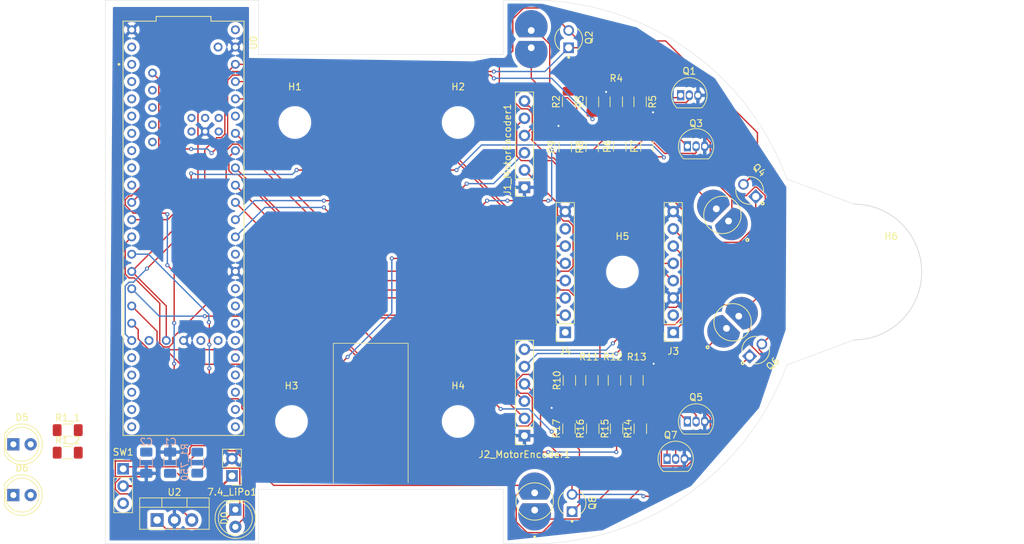
<source format=kicad_pcb>
(kicad_pcb (version 20241229) (generator "pcbnew") (generator_version "9.0")
  (layers (0 "F.Cu" signal) (2 "B.Cu" signal) (13 "F.Paste" user) (15 "B.Paste" user) (5 "F.SilkS" user "F.Silkscreen") (7 "B.SilkS" user "B.Silkscreen") (1 "F.Mask" user) (3 "B.Mask" user) (25 "Edge.Cuts" user))
  (net 0 "")
  (net 1 "GND")
  (net 2 "5V")
  (net 3 "Net-(D0-A)")
  (net 4 "Net-(D1-PadC)")
  (net 5 "Net-(D2-PadC)")
  (net 6 "Net-(D3-PadC)")
  (net 7 "Net-(D4-PadC)")
  (net 8 "Signal M1_B")
  (net 9 "M1_B")
  (net 10 "3.3V")
  (net 11 "M1_A")
  (net 12 "Signal M1_A")
  (net 13 "M2_A")
  (net 14 "Signal M2_A")
  (net 15 "M2_B")
  (net 16 "Signal M2_B")
  (net 18 "PWM M1_A")
  (net 20 "PWM M2_A")
  (net 22 "STBY")
  (net 23 "PWM M1_B")
  (net 24 "PWM M2_B")
  (net 25 "Net-(Q1-G)")
  (net 26 "Net-(Q1-D)")
  (net 27 "Receiver 1")
  (net 28 "Net-(Q3-D)")
  (net 29 "Net-(Q3-G)")
  (net 30 "Receiver 2")
  (net 31 "Net-(Q5-G)")
  (net 32 "Net-(Q5-D)")
  (net 33 "Receiver 3")
  (net 34 "Net-(Q7-G)")
  (net 35 "Net-(Q7-D)")
  (net 36 "Receiver 4")
  (net 37 "Net-(SW1-A)")
  (net 38 "Emitter 1")
  (net 39 "Emitter 2")
  (net 40 "Emitter 3")
  (net 41 "Emitter 4")
  (net 82 "Net-(7.4_LiPo1-+)")
  (net 83 "7.4V")
  (net 84 "Net-(D5-K)")
  (net 85 "Net-(D6-A)")
  (footprint "MountingHole:MountingHole_4.3mm_M4" (layer "F.Cu") (at 130.5 55)
    (property "Reference" "H6")
    (property "Value" "MountingHole")
  )
  (footprint "Resistor_SMD:R_1206_3216Metric_Pad1.30x1.75mm_HandSolder" (layer "F.Cu") (at 82.6 36.6 90)
    (property "Reference" "R9")
    (property "Value" "R_US")
  )
  (footprint "Connector_PinSocket_2.54mm:PinSocket_1x06_P2.54mm_Vertical" (layer "F.Cu") (at 76.6 79.08 180)
    (property "Reference" "J2_MotorEncoder1")
    (property "Value" "Conn_01x06")
  )
  (footprint "MountingHole:MountingHole_4.3mm_M4" (layer "F.Cu") (at 66.85 77)
    (property "Reference" "H4")
    (property "Value" "MountingHole")
  )
  (footprint "SFH_4545:DIO_SFH_4545" (layer "F.Cu") (at 77.6 20.73 90)
    (property "Reference" "D1" (hide yes))
    (property "Value" "SFH_4545")
  )
  (footprint "SFH_4545:DIO_SFH_4545" (layer "F.Cu") (at 105.701974 46.601974 135)
    (property "Reference" "D2" (hide yes))
    (property "Value" "SFH_4545")
  )
  (footprint "LED_THT:LED_D5.0mm" (layer "F.Cu") (at 1.46 87.825)
    (property "Reference" "D6")
    (property "Value" "LED")
  )
  (footprint "MountingHole:MountingHole_4.3mm_M4" (layer "F.Cu") (at 42.85 33)
    (property "Reference" "H1")
    (property "Value" "MountingHole")
  )
  (footprint "Resistor_SMD:R_1206_3216Metric_Pad1.30x1.75mm_HandSolder" (layer "F.Cu") (at 86.55 36.6 90)
    (property "Reference" "R8")
    (property "Value" "R_US")
  )
  (footprint "SFH_4545:DIO_SFH_4545" (layer "F.Cu") (at 78.1 88.77 90)
    (property "Reference" "D4" (hide yes))
    (property "Value" "SFH_4545")
  )
  (footprint "Resistor_SMD:R_1206_3216Metric_Pad1.30x1.75mm_HandSolder" (layer "F.Cu") (at 90.1 29.95 90)
    (property "Reference" "R4")
    (property "Value" "R_US")
  )
  (footprint "Package_TO_SOT_THT:TO-92_Inline" (layer "F.Cu") (at 100.56 36.5)
    (property "Reference" "Q3")
    (property "Value" "BS170")
  )
  (footprint "Connector_PinSocket_2.54mm:PinSocket_1x08_P2.54mm_Vertical" (layer "F.Cu") (at 98.475 63.89 180)
    (property "Reference" "J3")
    (property "Value" "Conn_01x08")
  )
  (footprint "Resistor_SMD:R_1206_3216Metric_Pad1.30x1.75mm_HandSolder" (layer "F.Cu") (at 90.6 36.5 90)
    (property "Reference" "R6")
    (property "Value" "R_US")
  )
  (footprint "Package_TO_SOT_THT:TO-92_Inline" (layer "F.Cu") (at 97.56 82.5)
    (property "Reference" "Q7")
    (property "Value" "BS170")
  )
  (footprint "Resistor_SMD:R_1206_3216Metric_Pad1.30x1.75mm_HandSolder" (layer "F.Cu") (at 86.64 78.05 90)
    (property "Reference" "R16")
    (property "Value" "R_US")
  )
  (footprint "Package_TO_SOT_THT:TO-92_Inline" (layer "F.Cu") (at 100.56 77)
    (property "Reference" "Q5")
    (property "Value" "BS170")
  )
  (footprint "Resistor_SMD:R_1206_3216Metric_Pad1.30x1.75mm_HandSolder" (layer "F.Cu") (at 90.14 78.05 90)
    (property "Reference" "R15")
    (property "Value" "R_US")
  )
  (footprint "TEFT4300:XDCR_TEFT4300" (layer "F.Cu") (at 83.6 89 90)
    (property "Reference" "Q8")
    (property "Value" "TEFT4300")
  )
  (footprint "Package_TO_SOT_THT:TO-220-3_Vertical" (layer "F.Cu") (at 22.6 91.5)
    (property "Reference" "U2")
    (property "Value" "L7805")
  )
  (footprint "Resistor_SMD:R_1206_3216Metric_Pad1.30x1.75mm_HandSolder" (layer "F.Cu") (at 93.6 29.95 -90)
    (property "Reference" "R5")
    (property "Value" "R_US")
  )
  (footprint "Connector_PinSocket_2.54mm:PinSocket_1x06_P2.54mm_Vertical" (layer "F.Cu") (at 76.6 42.54 180)
    (property "Reference" "J1_MotorEncoder1")
    (property "Value" "Conn_01x06")
  )
  (footprint "MountingHole:MountingHole_4.3mm_M4" (layer "F.Cu") (at 42.35 77)
    (property "Reference" "H3")
    (property "Value" "MountingHole")
  )
  (footprint "Resistor_SMD:R_1206_3216Metric_Pad1.30x1.75mm_HandSolder" (layer "F.Cu") (at 89.83 70.95 90)
    (property "Reference" "R12")
    (property "Value" "R_US")
  )
  (footprint "LED_THT:LED_D5.0mm" (layer "F.Cu") (at 1.46 80.355)
    (property "Reference" "D5")
    (property "Value" "LED")
  )
  (footprint "Resistor_SMD:R_1206_3216Metric_Pad1.30x1.75mm_HandSolder" (layer "F.Cu") (at 93.64 78.05 90)
    (property "Reference" "R14")
    (property "Value" "R_US")
  )
  (footprint "MountingHole:MountingHole_4.3mm_M4" (layer "F.Cu") (at 91 55)
    (property "Reference" "H5")
    (property "Value" "MountingHole")
  )
  (footprint "Resistor_SMD:R_1206_3216Metric_Pad1.30x1.75mm_HandSolder" (layer "F.Cu") (at 9.45 78.275)
    (property "Reference" "R1_1")
    (property "Value" "R_US")
  )
  (footprint "LED_THT:LED_D5.0mm" (layer "F.Cu") (at 34.1 89.96 -90)
    (property "Reference" "D0")
    (property "Value" "LED")
  )
  (footprint "SFH_4545:DIO_SFH_4545" (layer "F.Cu") (at 107.201974 62.398026 45)
    (property "Reference" "D3" (hide yes))
    (property "Value" "SFH_4545")
  )
  (footprint "Package_TO_SOT_THT:TO-92_Inline" (layer "F.Cu") (at 99.56 29)
    (property "Reference" "Q1")
    (property "Value" "BS170")
  )
  (footprint "Resistor_SMD:R_1206_3216Metric_Pad1.30x1.75mm_HandSolder" (layer "F.Cu") (at 83.21 70.95 90)
    (property "Reference" "R10")
    (property "Value" "R_US")
  )
  (footprint "Resistor_SMD:R_1206_3216Metric_Pad1.30x1.75mm_HandSolder" (layer "F.Cu") (at 93.14 70.95 90)
    (property "Reference" "R13")
    (property "Value" "R_US")
  )
  (footprint "Connector_PinHeader_2.54mm:PinHeader_1x03_P2.54mm_Vertical" (layer "F.Cu") (at 17.6 83.96)
    (property "Reference" "SW1")
    (property "Value" "SW_SPDT")
  )
  (footprint "Connector_PinHeader_2.54mm:PinHeader_1x02_P2.54mm_Vertical" (layer "F.Cu") (at 33.6 85 180)
    (property "Reference" "7.4_LiPo1")
    (property "Value" "Battery")
  )
  (footprint "MountingHole:MountingHole_4.3mm_M4" (layer "F.Cu") (at 66.85 33)
    (property "Reference" "H2")
    (property "Value" "MountingHole")
  )
  (footprint "Resistor_SMD:R_1206_3216Metric_Pad1.30x1.75mm_HandSolder" (layer "F.Cu") (at 86.6 29.95 90)
    (property "Reference" "R3")
    (property "Value" "R_US")
  )
  (footprint "TEFT4300:XDCR_TEFT4300" (layer "F.Cu") (at 109.701974 43 135)
    (property "Reference" "Q4")
    (property "Value" "TEFT4300")
  )
  (footprint "DEV-16771:MODULE_DEV-16771" (layer "F.Cu") (at 26.48 48.57 -90)
    (property "Reference" "U0")
    (property "Value" "Teensy 4.1")
  )
  (footprint "TEFT4300:XDCR_TEFT4300" (layer "F.Cu") (at 83.1 20.73 90)
    (property "Reference" "Q2")
    (property "Value" "TEFT4300")
  )
  (footprint "Resistor_SMD:R_1206_3216Metric_Pad1.30x1.75mm_HandSolder" (layer "F.Cu") (at 94.6 36.5 90)
    (property "Reference" "R7")
    (property "Value" "R_US")
  )
  (footprint "Connector_PinSocket_2.54mm:PinSocket_1x08_P2.54mm_Vertical" (layer "F.Cu") (at 82.6 63.89 180)
    (property "Reference" "J4")
    (property "Value" "Conn_01x08")
  )
  (footprint "Resistor_SMD:R_1206_3216Metric_Pad1.30x1.75mm_HandSolder" (layer "F.Cu") (at 83.1 29.95 90)
    (property "Reference" "R2")
    (property "Value" "R_US")
  )
  (footprint "Resistor_SMD:R_1206_3216Metric_Pad1.30x1.75mm_HandSolder" (layer "F.Cu") (at 9.45 81.585)
    (property "Reference" "R1_2")
    (property "Value" "R_US")
  )
  (footprint "Resistor_SMD:R_1206_3216Metric_Pad1.30x1.75mm_HandSolder" (layer "F.Cu") (at 86.52 70.95 90)
    (property "Reference" "R11")
    (property "Value" "R_US")
  )
  (footprint "TEFT4300:XDCR_TEFT4300" (layer "F.Cu") (at 110.6 66.5 45)
    (property "Reference" "Q6")
    (property "Value" "TEFT4300")
  )
  (footprint "Resistor_SMD:R_1206_3216Metric_Pad1.30x1.75mm_HandSolder" (layer "F.Cu") (at 83.14 78.05 90)
    (property "Reference" "R17")
    (property "Value" "R_US")
  )
  (footprint "Capacitor_SMD:C_1206_3216Metric_Pad1.33x1.80mm_HandSolder" (layer "B.Cu") (at 24.5 83.0625 90)
    (property "Reference" "C1")
    (property "Value" "C 0.22uF")
  )
  (footprint "Resistor_SMD:R_1206_3216Metric_Pad1.30x1.75mm_HandSolder" (layer "B.Cu") (at 28.5 83.05 -90)
    (property "Reference" "R1_750")
    (property "Value" "R_US")
  )
  (footprint "Capacitor_SMD:C_1206_3216Metric_Pad1.33x1.80mm_HandSolder" (layer "B.Cu") (at 21 83.0625 -90)
    (property "Reference" "C2")
    (property "Value" "C 0.1uF")
  )
  (gr_line (start 48.5 86) (end 48.5 65.5) (stroke (width 0.1)) (layer "F.SilkS"))
  (gr_line (start 48.5 65.5) (end 59.5 65.5) (stroke (width 0.1)) (layer "F.SilkS"))
  (gr_line (start 59.5 65.5) (end 59.5 86) (stroke (width 0.1)) (layer "F.SilkS"))
  (gr_line (start 115.187705 41.319194) (end 125 45) (stroke (width 0.05)) (layer "Edge.Cuts"))
  (gr_line (start 37.5 95) (end 37.5 87) (stroke (width 0.05)) (layer "Edge.Cuts"))
  (gr_arc (start 125 45) (mid 135 55) (end 125 65) (stroke (width 0.1)) (layer "Edge.Cuts"))
  (gr_line (start 73.5 15) (end 77.6 15) (stroke (width 0.05)) (layer "Edge.Cuts"))
  (gr_line (start 37.5 23) (end 73.5 23) (stroke (width 0.05)) (layer "Edge.Cuts"))
  (gr_line (start 15 15) (end 15 95) (stroke (width 0.05)) (layer "Edge.Cuts"))
  (gr_line (start 115.187705 68.680805) (end 125 65) (stroke (width 0.05)) (layer "Edge.Cuts"))
  (gr_arc (start 115.187705 68.680806) (mid 100.543057 87.766082) (end 77.6 95) (stroke (width 0.05)) (layer "Edge.Cuts"))
  (gr_line (start 73.5 95) (end 77.6 95) (stroke (width 0.05)) (layer "Edge.Cuts"))
  (gr_line (start 73.5 87) (end 73.5 95) (stroke (width 0.05)) (layer "Edge.Cuts"))
  (gr_line (start 15 15) (end 37.5 15) (stroke (width 0.05)) (layer "Edge.Cuts"))
  (gr_line (start 15 95) (end 37.5 95) (stroke (width 0.05)) (layer "Edge.Cuts"))
  (gr_line (start 37.5 15) (end 37.5 23) (stroke (width 0.05)) (layer "Edge.Cuts"))
  (gr_line (start 37.5 87) (end 73.5 87) (stroke (width 0.05)) (layer "Edge.Cuts"))
  (gr_line (start 73.5 23) (end 73.5 15) (stroke (width 0.05)) (layer "Edge.Cuts"))
  (gr_arc (start 77.6 15) (mid 100.543057 22.233918) (end 115.187705 41.319194) (stroke (width 0.05)) (layer "Edge.Cuts"))
  (segment (start 86.64 76.5) (end 83.14 76.5) (width 0.2) (layer "F.Cu") (net 1))
  (segment (start 82.6 34.5) (end 81.6 33.5) (width 0.2) (layer "F.Cu") (net 1))
  (segment (start 86.55 35.05) (end 82.6 35.05) (width 0.2) (layer "F.Cu") (net 1))
  (segment (start 93.14 69.4) (end 94.7 69.4) (width 0.2) (layer "F.Cu") (net 1))
  (segment (start 93.6 31.5) (end 95.499 31.5) (width 0.2) (layer "F.Cu") (net 1))
  (segment (start 88.7 28.4) (end 88.6 28.5) (width 0.2) (layer "F.Cu") (net 1))
  (segment (start 83.14 76.5) (end 82.1 76.5) (width 0.2) (layer "F.Cu") (net 1))
  (segment (start 82.1 76.5) (end 80.6 75) (width 0.2) (layer "F.Cu") (net 1))
  (segment (start 82.6 35.05) (end 82.6 34.5) (width 0.2) (layer "F.Cu") (net 1))
  (segment (start 90.1 28.4) (end 88.7 28.4) (width 0.2) (layer "F.Cu") (net 1))
  (segment (start 102.1 29.12314) (end 102.1 29) (width 0.2) (layer "F.Cu") (net 1))
  (segment (start 89.83 69.4) (end 93.14 69.4) (width 0.2) (layer "F.Cu") (net 1))
  (segment (start 94.7 69.4) (end 95.6 68.5) (width 0.2) (layer "F.Cu") (net 1))
  (via (at 95.6 68.5) (size 0.6) (drill 0.3) (layers "F.Cu" "B.Cu") (net 1))
  (via (at 80.6 75) (size 0.6) (drill 0.3) (layers "F.Cu" "B.Cu") (net 1))
  (via (at 81.6 33.5) (size 0.6) (drill 0.3) (layers "F.Cu" "B.Cu") (net 1))
  (via (at 88.6 28.5) (size 0.6) (drill 0.3) (layers "F.Cu" "B.Cu") (net 1))
  (via (at 95.499 31.5) (size 0.6) (drill 0.3) (layers "F.Cu" "B.Cu") (net 1))
  (segment (start 23.831 87.651) (end 27.68 91.5) (width 0.2) (layer "F.Cu") (net 2))
  (segment (start 27.424 81.676) (end 26.291 82.809) (width 0.2) (layer "F.Cu") (net 2))
  (segment (start 85.374 38.78516) (end 86.58884 40) (width 0.2) (layer "F.Cu") (net 2))
  (segment (start 75.76103 87.5) (end 75.3885 87.87253) (width 0.2) (layer "F.Cu") (net 2))
  (segment (start 24.1 54) (end 25.1 55) (width 0.2) (layer "F.Cu") (net 2))
  (segment (start 21.614 85.111) (end 22.1 84.625) (width 0.2) (layer "F.Cu") (net 2))
  (segment (start 39.73386 86.399) (end 33.88386 80.549) (width 0.2) (layer "F.Cu") (net 2))
  (segment (start 76.999 86.399) (end 39.73386 86.399) (width 0.2) (layer "F.Cu") (net 2))
  (segment (start 107.692104 61.5) (end 107.896052 61.703948) (width 0.2) (layer "F.Cu") (net 2))
  (segment (start 21.91 25.71) (end 22.84 26.64) (width 0.2) (layer "F.Cu") (net 2))
  (segment (start 96.5679 83.952) (end 100.60824 83.952) (width 0.2) (layer "F.Cu") (net 2))
  (segment (start 110.724679 42.493939) (end 110.475321 42.493939) (width 0.2) (layer "F.Cu") (net 2))
  (segment (start 85.73884 33.598) (end 84.276 32.13516) (width 0.2) (layer "F.Cu") (net 2))
  (segment (start 27.424 80.86484) (end 27.424 81.676) (width 0.2) (layer "F.Cu") (net 2))
  (segment (start 25.1 55) (end 25.1 62.5) (width 0.2) (layer "F.Cu") (net 2))
  (segment (start 79.21803 93.351498) (end 80.8115 91.758028) (width 0.2) (layer "F.Cu") (net 2))
  (segment (start 99.1 40) (end 104.803948 45.703948) (width 0.2) (layer "F.Cu") (net 2))
  (segment (start 111.58012 67.48012) (end 109.6 69.46024) (width 0.2) (layer "F.Cu") (net 2))
  (segment (start 25.1 68.5) (end 25.1 78) (width 0.2) (layer "F.Cu") (net 2))
  (segment (start 25.1 78) (end 27.69442 80.59442) (width 0.2) (layer "F.Cu") (net 2))
  (segment (start 104.327 80.23324) (end 104.327 78.273) (width 0.2) (layer "F.Cu") (net 2))
  (segment (start 103.926 35.93286) (end 101.59114 33.598) (width 0.2) (layer "F.Cu") (net 2))
  (segment (start 33.88386 80.549) (end 27.73984 80.549) (width 0.2) (layer "F.Cu") (net 2))
  (segment (start 109.6 69.46024) (end 109.6 73) (width 0.2) (layer "F.Cu") (net 2))
  (segment (start 107.896052 61.703948) (end 112.004087 57.595913) (width 0.2) (layer "F.Cu") (net 2))
  (segment (start 88.761872 91.758028) (end 96.5679 83.952) (width 0.2) (layer "F.Cu") (net 2))
  (segment (start 24.1 46.5) (end 23.945 46.345) (width 0.2) (layer "F.Cu") (net 2))
  (segment (start 106.446098 59.846098) (end 108.1 61.5) (width 0.2) (layer "F.Cu") (net 2))
  (segment (start 85.68984 37.199) (end 85.374 37.51484) (width 0.2) (layer "F.Cu") (net 2))
  (segment (start 16.449 86.97676) (end 17.12324 87.651) (width 0.2) (layer "F.Cu") (net 2))
  (segment (start 103.926 40.076) (end 103.926 35.93286) (width 0.2) (layer "F.Cu") (net 2))
  (segment (start 86.53984 37.199) (end 85.68984 37.199) (width 0.2) (layer "F.Cu") (net 2))
  (segment (start 112.004087 57.595913) (end 112.004087 43.773347) (width 0.2) (layer "F.Cu") (net 2))
  (segment (start 108.1 61.5) (end 109.753902 63.153902) (width 0.2) (layer "F.Cu") (net 2))
  (segment (start 78.1 87.5) (end 76.999 86.399) (width 0.2) (layer "F.Cu") (net 2))
  (segment (start 16.449 82.809) (end 16.449 85.111) (width 0.2) (layer "F.Cu") (net 2))
  (segment (start 112.004087 43.773347) (end 110.724679 42.493939) (width 0.2) (layer "F.Cu") (net 2))
  (segment (start 18.464426 43.805) (end 17.905 44.364426) (width 0.2) (layer "F.Cu") (net 2))
  (segment (start 17.12324 87.651) (end 23.831 87.651) (width 0.2) (layer "F.Cu") (net 2))
  (segment (start 104.327 78.273) (end 109.6 73) (width 0.2) (layer "F.Cu") (net 2))
  (segment (start 78.290526 19.46) (end 77.6 19.46) (width 0.2) (layer "F.Cu") (net 2))
  (segment (start 84.276 32.13516) (end 84.276 30.676) (width 0.2) (layer "F.Cu") (net 2))
  (segment (start 17.36124 85.111) (end 16.449 86.02324) (width 0.2) (layer "F.Cu") (net 2))
  (segment (start 17.905 44.364426) (end 17.905 45.155574) (width 0.2) (layer "F.Cu") (net 2))
  (segment (start 85.374 37.51484) (end 85.374 38.78516) (width 0.2) (layer "F.Cu") (net 2))
  (segment (start 27.73984 80.549) (end 27.69442 80.59442) (width 0.2) (layer "F.Cu") (net 2))
  (segment (start 80.8115 91.758028) (end 88.761872 91.758028) (width 0.2) (layer "F.Cu") (net 2))
  (segment (start 16.449 85.111) (end 21.614 85.111) (width 0.2) (layer "F.Cu") (net 2))
  (segment (start 110.475321 42.493939) (end 109.195913 43.773347) (width 0.2) (layer "F.Cu") (net 2))
  (segment (start 22.84 26.64) (end 22.84 39.76) (width 0.2) (layer "F.Cu") (net 2))
  (segment (start 84.276 30.676) (end 82.951 29.351) (width 0.2) (layer "F.Cu") (net 2))
  (segment (start 75.3885 91.758028) (end 76.98197 93.351498) (width 0.2) (layer "F.Cu") (net 2))
  (segment (start 76.98197 93.351498) (end 79.21803 93.351498) (width 0.2) (layer "F.Cu") (net 2))
  (segment (start 75.3885 87.87253) (end 75.3885 91.758028) (width 0.2) (layer "F.Cu") (net 2))
  (segment (start 107.623347 43.773347) (end 103.926 40.076) (width 0.2) (layer "F.Cu") (net 2))
  (segment (start 21.614 85.111) (end 17.36124 85.111) (width 0.2) (layer "F.Cu") (net 2))
  (segment (start 102.518902 59.846098) (end 106.446098 59.846098) (width 0.2) (layer "F.Cu") (net 2))
  (segment (start 82.951 29.351) (end 82.23984 29.351) (width 0.2) (layer "F.Cu") (net 2))
  (segment (start 90.14084 33.598) (end 85.73884 33.598) (width 0.2) (layer "F.Cu") (net 2))
  (segment (start 101.59114 33.598) (end 90.14084 33.598) (width 0.2) (layer "F.Cu") (net 2))
  (segment (start 109.195913 43.773347) (end 107.623347 43.773347) (width 0.2) (layer "F.Cu") (net 2))
  (segment (start 16.449 86.02324) (end 16.449 86.97676) (width 0.2) (layer "F.Cu") (net 2))
  (segment (start 78.1 87.5) (end 75.76103 87.5) (width 0.2) (layer "F.Cu") (net 2))
  (segment (start 22.84 39.76) (end 18.795 43.805) (width 0.2) (layer "F.Cu") (net 2))
  (segment (start 86.58884 40) (end 99.1 40) (width 0.2) (layer "F.Cu") (net 2))
  (segment (start 82.23984 29.351) (end 80.3115 27.42266) (width 0.2) (layer "F.Cu") (net 2))
  (segment (start 80.3115 27.42266) (end 80.3115 21.480974) (width 0.2) (layer "F.Cu") (net 2))
  (segment (start 27.69442 80.59442) (end 27.424 80.86484) (width 0.2) (layer "F.Cu") (net 2))
  (segment (start 98.475 63.89) (end 102.518902 59.846098) (width 0.2) (layer "F.Cu") (net 2))
  (segment (start 17.905 45.155574) (end 19.094426 46.345) (width 0.2) (layer "F.Cu") (net 2))
  (segment (start 108.22747 59.7885) (end 108.6 60.16103) (width 0.2) (layer "F.Cu") (net 2))
  (segment (start 18.795 43.805) (end 18.464426 43.805) (width 0.2) (layer "F.Cu") (net 2))
  (segment (start 19.094426 46.345) (end 23.945 46.345) (width 0.2) (layer "F.Cu") (net 2))
  (segment (start 80.3115 21.480974) (end 78.290526 19.46) (width 0.2) (layer "F.Cu") (net 2))
  (segment (start 90.14084 33.598) (end 86.53984 37.199) (width 0.2) (layer "F.Cu") (net 2))
  (segment (start 109.753902 65.653902) (end 111.58012 67.48012) (width 0.2) (layer "F.Cu") (net 2))
  (segment (start 100.60824 83.952) (end 104.327 80.23324) (width 0.2) (layer "F.Cu") (net 2))
  (segment (start 109.753902 63.153902) (end 109.753902 65.653902) (width 0.2) (layer "F.Cu") (net 2))
  (segment (start 26.291 82.809) (end 16.449 82.809) (width 0.2) (layer "F.Cu") (net 2))
  (via (at 24.1 46.5) (size 0.6) (drill 0.3) (layers "F.Cu" "B.Cu") (net 2))
  (via (at 25.1 62.5) (size 0.6) (drill 0.3) (layers "F.Cu" "B.Cu") (net 2))
  (via (at 25.1 68.5) (size 0.6) (drill 0.3) (layers "F.Cu" "B.Cu") (net 2))
  (via (at 24.1 54) (size 0.6) (drill 0.3) (layers "F.Cu" "B.Cu") (net 2))
  (segment (start 24.1 46.5) (end 24.1 54) (width 0.2) (layer "B.Cu") (net 2))
  (segment (start 76.999 86.399) (end 78.1 87.5) (width 0.2) (layer "B.Cu") (net 2))
  (segment (start 25.1 62.5) (end 25.1 68.5) (width 0.2) (layer "B.Cu") (net 2))
  (segment (start 31.891 81.309) (end 34.07676 81.309) (width 0.2) (layer "F.Cu") (net 3))
  (segment (start 28.6 84.6) (end 31.891 81.309) (width 0.2) (layer "F.Cu") (net 3))
  (segment (start 34.07676 81.309) (end 35.301 82.53324) (width 0.2) (layer "F.Cu") (net 3))
  (segment (start 35.301 91.299) (end 34.1 92.5) (width 0.2) (layer "F.Cu") (net 3))
  (segment (start 35.301 82.53324) (end 35.301 91.299) (width 0.2) (layer "F.Cu") (net 3))
  (segment (start 82.6 31.5) (end 83.1 31.5) (width 0.2) (layer "F.Cu") (net 4))
  (segment (start 77.6 26.5) (end 82.6 31.5) (width 0.2) (layer "F.Cu") (net 4))
  (segment (start 77.6 22) (end 77.6 26.5) (width 0.2) (layer "F.Cu") (net 4))
  (segment (start 102.434641 39.5) (end 92.05 39.5) (width 0.2) (layer "F.Cu") (net 5))
  (segment (start 92.05 39.5) (end 90.6 38.05) (width 0.2) (layer "F.Cu") (net 5))
  (segment (start 106.6 47.5) (end 107.088259 47.011741) (width 0.2) (layer "F.Cu") (net 5))
  (segment (start 107.088259 47.011741) (end 107.088259 44.153618) (width 0.2) (layer "F.Cu") (net 5))
  (segment (start 107.088259 44.153618) (end 102.434641 39.5) (width 0.2) (layer "F.Cu") (net 5))
  (segment (start 88.1 72.41884) (end 90.16784 70.351) (width 0.2) (layer "F.Cu") (net 6))
  (segment (start 90.16784 70.351) (end 99.249 70.351) (width 0.2) (layer "F.Cu") (net 6))
  (segment (start 84.21 73.5) (end 88.1 73.5) (width 0.2) (layer "F.Cu") (net 6))
  (segment (start 99.249 70.351) (end 106.06 63.54) (width 0.2) (layer "F.Cu") (net 6))
  (segment (start 83.21 72.5) (end 84.21 73.5) (width 0.2) (layer "F.Cu") (net 6))
  (segment (start 88.1 73.5) (end 88.1 72.41884) (width 0.2) (layer "F.Cu") (net 6))
  (segment (start 79.411 91.351) (end 84.749 91.351) (width 0.2) (layer "F.Cu") (net 7))
  (segment (start 78.1 90.04) (end 79.411 91.351) (width 0.2) (layer "F.Cu") (net 7))
  (segment (start 84.749 91.351) (end 93.64 82.46) (width 0.2) (layer "F.Cu") (net 7))
  (segment (start 93.64 82.46) (end 93.64 79.6) (width 0.2) (layer "F.Cu") (net 7))
  (segment (start 65.6 44.5) (end 68.1 42) (width 0.2) (layer "F.Cu") (net 8))
  (segment (start 47.1 44.5) (end 65.6 44.5) (width 0.2) (layer "F.Cu") (net 8))
  (via (at 68.1 42) (size 0.6) (drill 0.3) (layers "F.Cu" "B.Cu") (net 8))
  (via (at 47.1 44.5) (size 0.6) (drill 0.3) (layers "F.Cu" "B.Cu") (net 8))
  (segment (start 36.9 44.5) (end 47.1 44.5) (width 0.2) (layer "B.Cu") (net 8))
  (segment (start 72.06 42) (end 76.6 37.46) (width 0.2) (layer "B.Cu") (net 8))
  (segment (start 34.1 47.3) (end 36.9 44.5) (width 0.2) (layer "B.Cu") (net 8))
  (segment (start 68.1 42) (end 72.06 42) (width 0.2) (layer "B.Cu") (net 8))
  (segment (start 81.424 38.78516) (end 81.73984 39.101) (width 0.2) (layer "F.Cu") (net 9))
  (segment (start 78.152 31.4849) (end 78.152 33.9351) (width 0.2) (layer "F.Cu") (net 9))
  (segment (start 76.6 29.84) (end 76.6 30.59) (width 0.2) (layer "F.Cu") (net 9))
  (segment (start 81.424 38.7569) (end 81.424 38.78516) (width 0.2) (layer "F.Cu") (net 9))
  (segment (start 78.152 33.9351) (end 77.69743 34.38967) (width 0.2) (layer "F.Cu") (net 9))
  (segment (start 80.31 38.21) (end 80.8771 38.21) (width 0.2) (layer "F.Cu") (net 9))
  (segment (start 77.751 34.44324) (end 77.751 35.39676) (width 0.2) (layer "F.Cu") (net 9))
  (segment (start 77.69743 34.38967) (end 77.751 34.44324) (width 0.2) (layer "F.Cu") (net 9))
  (segment (start 80.8771 38.21) (end 81.424 38.7569) (width 0.2) (layer "F.Cu") (net 9))
  (segment (start 81.73984 39.101) (end 82.201 39.101) (width 0.2) (layer "F.Cu") (net 9))
  (segment (start 77.2571 30.59) (end 78.152 31.4849) (width 0.2) (layer "F.Cu") (net 9))
  (segment (start 76.6 30.59) (end 77.2571 30.59) (width 0.2) (layer "F.Cu") (net 9))
  (segment (start 96.83 53.73) (end 98.475 53.73) (width 0.2) (layer "F.Cu") (net 9))
  (segment (start 77.751 35.39676) (end 77.62388 35.52388) (width 0.2) (layer "F.Cu") (net 9))
  (segment (start 82.201 39.101) (end 96.83 53.73) (width 0.2) (layer "F.Cu") (net 9))
  (segment (start 77.62388 35.52388) (end 80.31 38.21) (width 0.2) (layer "F.Cu") (net 9))
  (segment (start 109.583948 41.321974) (end 108.803948 42.101974) (width 0.2) (layer "F.Cu") (net 10))
  (segment (start 23.94 60) (end 23.94 65.08) (width 0.2) (layer "F.Cu") (net 10))
  (segment (start 110.119814 41.321974) (end 109.583948 41.321974) (width 0.2) (layer "F.Cu") (net 10))
  (segment (start 112.87 64.23) (end 111.498026 65.601974) (width 0.2) (layer "F.Cu") (net 10))
  (segment (start 111.1 72.904024) (end 111.1 68.52734) (width 0.2) (layer "F.Cu") (net 10))
  (segment (start 34.1 24.44) (end 28.6 29.94) (width 0.2) (layer "F.Cu") (net 10))
  (segment (start 111.98112 67.64622) (end 111.98112 67.31402) (width 0.2) (layer "F.Cu") (net 10))
  (segment (start 99.651024 84.353) (end 100.77434 84.353) (width 0.2) (layer "F.Cu") (net 10))
  (segment (start 100.77434 84.353) (end 104.728 80.39934) (width 0.2) (layer "F.Cu") (net 10))
  (segment (start 78.961 73.821) (end 78.961 79.139) (width 0.2) (layer "F.Cu") (net 10))
  (segment (start 97.35 21) (end 84.64 21) (width 0.2) (layer "F.Cu") (net 10))
  (segment (start 83.6 83.778) (end 78.961 79.139) (width 0.2) (layer "F.Cu") (net 10))
  (segment (start 76.6 71.46) (end 78.961 73.821) (width 0.2) (layer "F.Cu") (net 10))
  (segment (start 74.8885 17.741972) (end 76.48197 16.148502) (width 0.2) (layer "F.Cu") (net 10))
  (segment (start 94.1 88) (end 96.004024 88) (width 0.2) (layer "F.Cu") (net 10))
  (segment (start 96.004024 88) (end 99.651024 84.353) (width 0.2) (layer "F.Cu") (net 10))
  (segment (start 77.751 31.651) (end 77.091 30.991) (width 0.2) (layer "F.Cu") (net 10))
  (segment (start 111.1 68.52734) (end 111.98112 67.64622) (width 0.2) (layer "F.Cu") (net 10))
  (segment (start 111.98112 67.31402) (end 111.1 66.4329) (width 0.2) (layer "F.Cu") (net 10))
  (segment (start 110.85 40.055922) (end 110.85 34.5) (width 0.2) (layer "F.Cu") (net 10))
  (segment (start 110.85 34.5) (end 97.35 21) (width 0.2) (layer "F.Cu") (net 10))
  (segment (start 72.909942 27.777702) (end 72.909942 24.44) (width 0.2) (layer "F.Cu") (net 10))
  (segment (start 79.788502 16.148502) (end 83.1 19.46) (width 0.2) (layer "F.Cu") (net 10))
  (segment (start 72.909942 24.44) (end 74.8885 22.461442) (width 0.2) (layer "F.Cu") (net 10))
  (segment (start 111.1 66) (end 111.498026 65.601974) (width 0.2) (layer "F.Cu") (net 10))
  (segment (start 76.6 34.92) (end 77.751 33.769) (width 0.2) (layer "F.Cu") (net 10))
  (segment (start 83.6 87.73) (end 83.6 83.778) (width 0.2) (layer "F.Cu") (net 10))
  (segment (start 34.1 24.44) (end 72.909942 24.44) (width 0.2) (layer "F.Cu") (net 10))
  (segment (start 104.728 79.276024) (end 111.1 72.904024) (width 0.2) (layer "F.Cu") (net 10))
  (segment (start 28.6 45.18) (end 18.86 54.92) (width 0.2) (layer "F.Cu") (net 10))
  (segment (start 112.87 44.07216) (end 110.119814 41.321974) (width 0.2) (layer "F.Cu") (net 10))
  (segment (start 76.48197 16.148502) (end 79.788502 16.148502) (width 0.2) (layer "F.Cu") (net 10))
  (segment (start 77.091 30.991) (end 76.12324 30.991) (width 0.2) (layer "F.Cu") (net 10))
  (segment (start 74.8885 22.461442) (end 74.8885 17.741972) (width 0.2) (layer "F.Cu") (net 10))
  (segment (start 77.751 33.769) (end 77.751 31.651) (width 0.2) (layer "F.Cu") (net 10))
  (segment (start 108.803948 42.101974) (end 110.85 40.055922) (width 0.2) (layer "F.Cu") (net 10))
  (segment (start 104.728 80.39934) (end 104.728 79.276024) (width 0.2) (layer "F.Cu") (net 10))
  (segment (start 18.86 54.92) (end 23.94 60) (width 0.2) (layer "F.Cu") (net 10))
  (segment (start 111.1 66.4329) (end 111.1 66) (width 0.2) (layer "F.Cu") (net 10))
  (segment (start 84.64 21) (end 83.1 19.46) (width 0.2) (layer "F.Cu") (net 10))
  (segment (start 28.6 29.94) (end 28.6 45.18) (width 0.2) (layer "F.Cu") (net 10))
  (segment (start 76.12324 30.991) (end 72.909942 27.777702) (width 0.2) (layer "F.Cu") (net 10))
  (segment (start 112.87 44.07216) (end 112.87 64.23) (width 0.2) (layer "F.Cu") (net 10))
  (via (at 94.1 88) (size 0.6) (drill 0.3) (layers "F.Cu" "B.Cu") (net 10))
  (segment (start 83.6 87.73) (end 93.83 87.73) (width 0.2) (layer "B.Cu") (net 10))
  (segment (start 93.83 87.73) (end 94.1 88) (width 0.2) (layer "B.Cu") (net 10))
  (segment (start 98.37 56.27) (end 98.475 56.27) (width 0.2) (layer "F.Cu") (net 11))
  (segment (start 76.6 32.38) (end 75.449 33.531) (width 0.2) (layer "F.Cu") (net 11))
  (segment (start 81.023 38.923) (end 81.023 38.95126) (width 0.2) (layer "F.Cu") (net 11))
  (segment (start 81.602 39.502) (end 98.37 56.27) (width 0.2) (layer "F.Cu") (net 11))
  (segment (start 80.711 38.611) (end 81.023 38.923) (width 0.2) (layer "F.Cu") (net 11))
  (segment (start 75.449 33.531) (end 75.449 37.93676) (width 0.2) (layer "F.Cu") (net 11))
  (segment (start 76.12324 38.611) (end 80.711 38.611) (width 0.2) (layer "F.Cu") (net 11))
  (segment (start 81.57374 39.502) (end 81.602 39.502) (width 0.2) (layer "F.Cu") (net 11))
  (segment (start 75.449 37.93676) (end 76.12324 38.611) (width 0.2) (layer "F.Cu") (net 11))
  (segment (start 81.023 38.95126) (end 81.57374 39.502) (width 0.2) (layer "F.Cu") (net 11))
  (segment (start 56.481 54.881) (end 47.1 45.5) (width 0.2) (layer "F.Cu") (net 12))
  (segment (start 83.751 54.20676) (end 83.07676 54.881) (width 0.2) (layer "F.Cu") (net 12))
  (segment (start 83.07676 47.499) (end 83.751 48.17324) (width 0.2) (layer "F.Cu") (net 12))
  (segment (start 83.07676 54.881) (end 56.481 54.881) (width 0.2) (layer "F.Cu") (net 12))
  (segment (start 81.449 44.849) (end 81.449 46.58676) (width 0.2) (layer "F.Cu") (net 12))
  (segment (start 81.449 46.58676) (end 82.36124 47.499) (width 0.2) (layer "F.Cu") (net 12))
  (segment (start 82.36124 47.499) (end 83.07676 47.499) (width 0.2) (layer "F.Cu") (net 12))
  (segment (start 76.6 40) (end 81.449 44.849) (width 0.2) (layer "F.Cu") (net 12))
  (segment (start 83.751 48.17324) (end 83.751 54.20676) (width 0.2) (layer "F.Cu") (net 12))
  (via (at 47.1 45.5) (size 0.6) (drill 0.3) (layers "F.Cu" "B.Cu") (net 12))
  (segment (start 38.44 45.5) (end 47.1 45.5) (width 0.2) (layer "B.Cu") (net 12))
  (segment (start 34.1 49.84) (end 38.44 45.5) (width 0.2) (layer "B.Cu") (net 12))
  (segment (start 98.71376 62.739) (end 94.361 62.739) (width 0.2) (layer "F.Cu") (net 13))
  (segment (start 100.027 50.202) (end 100.027 61.42576) (width 0.2) (layer "F.Cu") (net 13))
  (segment (start 94.361 62.739) (end 90.1 67) (width 0.2) (layer "F.Cu") (net 13))
  (segment (start 100.027 61.42576) (end 98.71376 62.739) (width 0.2) (layer "F.Cu") (net 13))
  (segment (start 98.475 48.65) (end 100.027 50.202) (width 0.2) (layer "F.Cu") (net 13))
  (via (at 90.1 67) (size 0.6) (drill 0.3) (layers "F.Cu" "B.Cu") (net 13))
  (segment (start 78.52 67) (end 90.1 67) (width 0.2) (layer "B.Cu") (net 13))
  (segment (start 76.6 68.92) (end 78.52 67) (width 0.2) (layer "B.Cu") (net 13))
  (segment (start 61.34 72) (end 34.1 44.76) (width 0.2) (layer "F.Cu") (net 14))
  (segment (start 72.06 72) (end 61.34 72) (width 0.2) (layer "F.Cu") (net 14))
  (segment (start 76.6 76.54) (end 72.06 72) (width 0.2) (layer "F.Cu") (net 14))
  (segment (start 99.626 52.341) (end 99.626 59.474) (width 0.2) (layer "F.Cu") (net 15))
  (segment (start 94.901 60.199) (end 89.6 65.5) (width 0.2) (layer "F.Cu") (net 15))
  (segment (start 98.901 60.199) (end 94.901 60.199) (width 0.2) (layer "F.Cu") (net 15))
  (segment (start 98.475 51.19) (end 99.626 52.341) (width 0.2) (layer "F.Cu") (net 15))
  (segment (start 89.6 65.5) (end 89.85 65.25) (width 0.2) (layer "F.Cu") (net 15))
  (segment (start 99.626 59.474) (end 98.901 60.199) (width 0.2) (layer "F.Cu") (net 15))
  (via (at 89.6 65.5) (size 0.6) (drill 0.3) (layers "F.Cu" "B.Cu") (net 15))
  (segment (start 88.6 66.5) (end 89.6 65.5) (width 0.2) (layer "B.Cu") (net 15))
  (segment (start 76.72 66.5) (end 88.6 66.5) (width 0.2) (layer "B.Cu") (net 15))
  (segment (start 76.6 66.38) (end 76.72 66.5) (width 0.2) (layer "B.Cu") (net 15))
  (segment (start 53.631 61.751) (end 64.351 61.751) (width 0.2) (layer "F.Cu") (net 16))
  (segment (start 34.1 42.22) (end 53.631 61.751) (width 0.2) (layer "F.Cu") (net 16))
  (segment (start 64.351 61.751) (end 76.6 74) (width 0.2) (layer "F.Cu") (net 16))
  (segment (start 82.6 58.81) (end 53.23 58.81) (width 0.2) (layer "F.Cu") (net 18))
  (segment (start 53.23 58.81) (end 34.1 39.68) (width 0.2) (layer "F.Cu") (net 18))
  (segment (start 81.670316 53.73) (end 82.6 53.73) (width 0.2) (layer "F.Cu") (net 20))
  (segment (start 34.1 29.52) (end 57.460316 29.52) (width 0.2) (layer "F.Cu") (net 20))
  (segment (start 57.460316 29.52) (end 81.670316 53.73) (width 0.2) (layer "F.Cu") (net 20))
  (segment (start 55.77 56.27) (end 34.1 34.6) (width 0.2) (layer "F.Cu") (net 22))
  (segment (start 82.6 56.27) (end 55.77 56.27) (width 0.2) (layer "F.Cu") (net 22))
  (segment (start 33.145 40.075574) (end 33.704426 40.635) (width 0.2) (layer "F.Cu") (net 23))
  (segment (start 33.704426 40.635) (end 34.4879 40.635) (width 0.2) (layer "F.Cu") (net 23))
  (segment (start 55.2029 61.35) (end 82.6 61.35) (width 0.2) (layer "F.Cu") (net 23))
  (segment (start 34.4879 40.635) (end 55.2029 61.35) (width 0.2) (layer "F.Cu") (net 23))
  (segment (start 33.145 38.095) (end 33.145 40.075574) (width 0.2) (layer "F.Cu") (net 23))
  (segment (start 34.1 37.14) (end 33.145 38.095) (width 0.2) (layer "F.Cu") (net 23))
  (segment (start 55.487416 26.98) (end 79.697416 51.19) (width 0.2) (layer "F.Cu") (net 24))
  (segment (start 79.697416 51.19) (end 82.6 51.19) (width 0.2) (layer "F.Cu") (net 24))
  (segment (start 34.1 26.98) (end 55.487416 26.98) (width 0.2) (layer "F.Cu") (net 24))
  (segment (start 90.1 31.5) (end 91.549 30.051) (width 0.2) (layer "F.Cu") (net 25))
  (segment (start 86.6 28.4) (end 87 28.4) (width 0.2) (layer "F.Cu") (net 25))
  (segment (start 100.83 29.607) (end 100.83 29) (width 0.2) (layer "F.Cu") (net 25))
  (segment (start 87 28.4) (end 90.1 31.5) (width 0.2) (layer "F.Cu") (net 25))
  (segment (start 91.549 30.051) (end 100.386 30.051) (width 0.2) (layer "F.Cu") (net 25))
  (segment (start 100.386 30.051) (end 100.83 29.607) (width 0.2) (layer "F.Cu") (net 25))
  (segment (start 92.424 28.824) (end 91.049 27.449) (width 0.2) (layer "F.Cu") (net 26))
  (segment (start 92.73984 29.351) (end 92.424 29.03516) (width 0.2) (layer "F.Cu") (net 26))
  (segment (start 99.56 29) (end 99.209 29.351) (width 0.2) (layer "F.Cu") (net 26))
  (segment (start 91.049 27.449) (end 84.051 27.449) (width 0.2) (layer "F.Cu") (net 26))
  (segment (start 99.209 29.351) (end 92.73984 29.351) (width 0.2) (layer "F.Cu") (net 26))
  (segment (start 92.424 29.03516) (end 92.424 28.824) (width 0.2) (layer "F.Cu") (net 26))
  (segment (start 84.051 27.449) (end 83.1 28.4) (width 0.2) (layer "F.Cu") (net 26))
  (segment (start 72.1 25.5) (end 33.6071 25.5) (width 0.2) (layer "F.Cu") (net 27))
  (segment (start 32.555 34.704864) (end 32.024864 35.235) (width 0.2) (layer "F.Cu") (net 27))
  (segment (start 83.1 22) (end 87.2 22) (width 0.2) (layer "F.Cu") (net 27))
  (segment (start 33.6071 25.5) (end 32.555 26.5521) (width 0.2) (layer "F.Cu") (net 27))
  (segment (start 87.2 22) (end 93.6 28.4) (width 0.2) (layer "F.Cu") (net 27))
  (segment (start 31.365 35.235) (end 29.6 37) (width 0.2) (layer "F.Cu") (net 27))
  (segment (start 32.555 26.5521) (end 32.555 34.704864) (width 0.2) (layer "F.Cu") (net 27))
  (segment (start 32.024864 35.235) (end 31.365 35.235) (width 0.2) (layer "F.Cu") (net 27))
  (segment (start 29.6 37) (end 29.6 46) (width 0.2) (layer "F.Cu") (net 27))
  (segment (start 29.6 46) (end 21.1 54.5) (width 0.2) (layer "F.Cu") (net 27))
  (via (at 72.1 25.5) (size 0.6) (drill 0.3) (layers "F.Cu" "B.Cu") (net 27))
  (via (at 21.1 54.5) (size 0.6) (drill 0.3) (layers "F.Cu" "B.Cu") (net 27))
  (segment (start 79.6 25.5) (end 72.1 25.5) (width 0.2) (layer "B.Cu") (net 27))
  (segment (start 18.464426 56.505) (end 17.905 57.064426) (width 0.2) (layer "B.Cu") (net 27))
  (segment (start 17.905 64.125) (end 18.86 65.08) (width 0.2) (layer "B.Cu") (net 27))
  (segment (start 19.095 56.505) (end 18.464426 56.505) (width 0.2) (layer "B.Cu") (net 27))
  (segment (start 21.1 54.5) (end 19.095 56.505) (width 0.2) (layer "B.Cu") (net 27))
  (segment (start 83.1 22) (end 79.6 25.5) (width 0.2) (layer "B.Cu") (net 27))
  (segment (start 17.905 57.064426) (end 17.905 64.125) (width 0.2) (layer "B.Cu") (net 27))
  (segment (start 98.059 33.999) (end 100.56 36.5) (width 0.2) (layer "F.Cu") (net 28))
  (segment (start 90.6 34.95) (end 91.551 33.999) (width 0.2) (layer "F.Cu") (net 28))
  (segment (start 91.551 33.999) (end 98.059 33.999) (width 0.2) (layer "F.Cu") (net 28))
  (segment (start 101.83 36.5) (end 101.83 37.45) (width 0.2) (layer "F.Cu") (net 29))
  (segment (start 101.83 37.45) (end 101.729 37.551) (width 0.2) (layer "F.Cu") (net 29))
  (segment (start 87.601 37.099) (end 92.451 37.099) (width 0.2) (layer "F.Cu") (net 29))
  (segment (start 101.729 37.551) (end 97.201 37.551) (width 0.2) (layer "F.Cu") (net 29))
  (segment (start 97.201 37.551) (end 94.6 34.95) (width 0.2) (layer "F.Cu") (net 29))
  (segment (start 92.451 37.099) (end 94.6 34.95) (width 0.2) (layer "F.Cu") (net 29))
  (segment (start 86.55 38.15) (end 87.601 37.099) (width 0.2) (layer "F.Cu") (net 29))
  (segment (start 50.6 67.5) (end 49.525 68.575) (width 0.2) (layer "F.Cu") (net 30))
  (segment (start 81.75 38.15) (end 80.6 37) (width 0.2) (layer "F.Cu") (net 30))
  (segment (start 19.815 64.845574) (end 19.815 63.495) (width 0.2) (layer "F.Cu") (net 30))
  (segment (start 62.6 53) (end 57.1 53) (width 0.2) (layer "F.Cu") (net 30))
  (segment (start 24.449943 67) (end 21.969426 67) (width 0.2) (layer "F.Cu") (net 30))
  (segment (start 110.6 48.183168) (end 108.15102 50.632148) (width 0.2) (layer "F.Cu") (net 30))
  (segment (start 71.1 44.5) (end 62.6 53) (width 0.2) (layer "F.Cu") (net 30))
  (segment (start 96.99276 43) (end 88.1671 43) (width 0.2) (layer "F.Cu") (net 30))
  (segment (start 21.969426 67) (end 19.815 64.845574) (width 0.2) (layer "F.Cu") (net 30))
  (segment (start 26.024943 68.575) (end 24.449943 67) (width 0.2) (layer "F.Cu") (net 30))
  (segment (start 110.6 43.898026) (end 110.6 48.183168) (width 0.2) (layer "F.Cu") (net 30))
  (segment (start 83.852 39.402) (end 82.6 38.15) (width 0.2) (layer "F.Cu") (net 30))
  (segment (start 108.15102 50.632148) (end 104.624908 50.632148) (width 0.2) (layer "F.Cu") (net 30))
  (segment (start 74.1 44.5) (end 80.1 44.5) (width 0.2) (layer "F.Cu") (net 30))
  (segment (start 84.5691 39.402) (end 83.852 39.402) (width 0.2) (layer "F.Cu") (net 30))
  (segment (start 104.624908 50.632148) (end 96.99276 43) (width 0.2) (layer "F.Cu") (net 30))
  (segment (start 88.1671 43) (end 84.5691 39.402) (width 0.2) (layer "F.Cu") (net 30))
  (segment (start 82.6 38.15) (end 81.75 38.15) (width 0.2) (layer "F.Cu") (net 30))
  (segment (start 49.525 68.575) (end 26.024943 68.575) (width 0.2) (layer "F.Cu") (net 30))
  (segment (start 19.815 63.495) (end 18.86 62.54) (width 0.2) (layer "F.Cu") (net 30))
  (via (at 71.1 44.5) (size 0.6) (drill 0.3) (layers "F.Cu" "B.Cu") (net 30))
  (via (at 80.1 44.5) (size 0.6) (drill 0.3) (layers "F.Cu" "B.Cu") (net 30))
  (via (at 57.1 53) (size 0.6) (drill 0.3) (layers "F.Cu" "B.Cu") (net 30))
  (via (at 50.6 67.5) (size 0.6) (drill 0.3) (layers "F.Cu" "B.Cu") (net 30))
  (via (at 80.6 37) (size 0.6) (drill 0.3) (layers "F.Cu" "B.Cu") (net 30))
  (via (at 74.1 44.5) (size 0.6) (drill 0.3) (layers "F.Cu" "B.Cu") (net 30))
  (segment (start 80.6 37) (end 80.6 44.5) (width 0.2) (layer "B.Cu") (net 30))
  (segment (start 57.1 53) (end 57.1 61) (width 0.2) (layer "B.Cu") (net 30))
  (segment (start 57.1 61) (end 50.6 67.5) (width 0.2) (layer "B.Cu") (net 30))
  (segment (start 80.6 44.5) (end 80.1 44.5) (width 0.2) (layer "B.Cu") (net 30))
  (segment (start 74.1 44.5) (end 71.1 44.5) (width 0.2) (layer "B.Cu") (net 30))
  (segment (start 82.34984 71.549) (end 82.034 71.86484) (width 0.2) (layer "F.Cu") (net 31))
  (segment (start 87.83 74.5) (end 89.83 72.5) (width 0.2) (layer "F.Cu") (net 31))
  (segment (start 83.39884 74.5) (end 87.83 74.5) (width 0.2) (layer "F.Cu") (net 31))
  (segment (start 82.034 71.86484) (end 82.034 73.13516) (width 0.2) (layer "F.Cu") (net 31))
  (segment (start 85.7429 69.4) (end 83.5939 71.549) (width 0.2) (layer "F.Cu") (net 31))
  (segment (start 101.83 76.05) (end 99.231 73.451) (width 0.2) (layer "F.Cu") (net 31))
  (segment (start 99.231 73.451) (end 90.781 73.451) (width 0.2) (layer "F.Cu") (net 31))
  (segment (start 101.83 77) (end 101.83 76.05) (width 0.2) (layer "F.Cu") (net 31))
  (segment (start 86.52 69.4) (end 85.7429 69.4) (width 0.2) (layer "F.Cu") (net 31))
  (segment (start 83.5939 71.549) (end 82.34984 71.549) (width 0.2) (layer "F.Cu") (net 31))
  (segment (start 90.781 73.451) (end 89.83 72.5) (width 0.2) (layer "F.Cu") (net 31))
  (segment (start 82.034 73.13516) (end 83.39884 74.5) (width 0.2) (layer "F.Cu") (net 31))
  (segment (start 100.56 77) (end 98.56 75) (width 0.2) (layer "F.Cu") (net 32))
  (segment (start 81.633 73.30126) (end 81.633 70.977) (width 0.2) (layer "F.Cu") (net 32))
  (segment (start 81.633 70.977) (end 83.21 69.4) (width 0.2) (layer "F.Cu") (net 32))
  (segment (start 98.56 75) (end 83.33174 75) (width 0.2) (layer "F.Cu") (net 32))
  (segment (start 83.33174 75) (end 81.633 73.30126) (width 0.2) (layer "F.Cu") (net 32))
  (segment (start 77.83564 70.071) (end 83.16564 75.401) (width 0.2) (layer "F.Cu") (net 33))
  (segment (start 76.36124 70.071) (end 77.83564 70.071) (width 0.2) (layer "F.Cu") (net 33))
  (segment (start 77.751 73.52324) (end 77.07676 72.849) (width 0.2) (layer "F.Cu") (net 33))
  (segment (start 77.751 77.01676) (end 77.751 73.52324) (width 0.2) (layer "F.Cu") (net 33))
  (segment (start 89.3561 77.451) (end 94.0239 77.451) (width 0.2) (layer "F.Cu") (net 33))
  (segment (start 103.926 76.43286) (end 99.99314 72.5) (width 0.2) (layer "F.Cu") (net 33))
  (segment (start 77.07676 72.849) (end 76.0161 72.849) (width 0.2) (layer "F.Cu") (net 33))
  (segment (start 87.0239 78.649) (end 85.77984 78.649) (width 0.2) (layer "F.Cu") (net 33))
  (segment (start 68.591584 81.101) (end 72.001584 77.691) (width 0.2) (layer "F.Cu") (net 33))
  (segment (start 50.943416 66.436) (end 65.608416 81.101) (width 0.2) (layer "F.Cu") (net 33))
  (segment (start 104.6 72.5) (end 109.701974 67.398026) (width 0.2) (layer "F.Cu") (net 33))
  (segment (start 77.07676 77.691) (end 77.751 77.01676) (width 0.2) (layer "F.Cu") (net 33))
  (segment (start 87.6561 75.401) (end 88.964 76.7089) (width 0.2) (layer "F.Cu") (net 33))
  (segment (start 87.816 78.9911) (end 89.3561 77.451) (width 0.2) (layer "F.Cu") (net 33))
  (segment (start 83.16564 75.401) (end 87.6561 75.401) (width 0.2) (layer "F.Cu") (net 33))
  (segment (start 85.77984 78.649) (end 85.464 78.96484) (width 0.2) (layer "F.Cu") (net 33))
  (segment (start 88.964 76.7089) (end 87.0239 78.649) (width 0.2) (layer "F.Cu") (net 33))
  (segment (start 85.77984 80.551) (end 87.50016 80.551) (width 0.2) (layer "F.Cu") (net 33))
  (segment (start 96.734 80.1611) (end 96.734 83.551) (width 0.2) (layer "F.Cu") (net 33))
  (segment (start 85.464 80.23516) (end 85.77984 80.551) (width 0.2) (layer "F.Cu") (net 33))
  (segment (start 22.584 63.724) (end 22.584 65.641674) (width 0.2) (layer "F.Cu") (net 33))
  (segment (start 18.86 60) (end 22.584 63.724) (width 0.2) (layer "F.Cu") (net 33))
  (segment (start 65.608416 81.101) (end 68.591584 81.101) (width 0.2) (layer "F.Cu") (net 33))
  (segment (start 22.584 65.641674) (end 23.378326 66.436) (width 0.2) (layer "F.Cu") (net 33))
  (segment (start 103.926 80.06714) (end 103.926 76.43286) (width 0.2) (layer "F.Cu") (net 33))
  (segment (start 87.816 80.23516) (end 87.816 78.9911) (width 0.2) (layer "F.Cu") (net 33))
  (segment (start 75.449 70.98324) (end 76.36124 70.071) (width 0.2) (layer "F.Cu") (net 33))
  (segment (start 75.449 72.2819) (end 75.449 70.98324) (width 0.2) (layer "F.Cu") (net 33))
  (segment (start 94.0239 77.451) (end 96.734 80.1611) (width 0.2) (layer "F.Cu") (net 33))
  (segment (start 96.734 83.551) (end 100.44214 83.551) (width 0.2) (layer "F.Cu") (net 33))
  (segment (start 100.44214 83.551) (end 103.926 80.06714) (width 0.2) (layer "F.Cu") (net 33))
  (segment (start 72.001584 77.691) (end 77.07676 77.691) (width 0.2) (layer "F.Cu") (net 33))
  (segment (start 23.378326 66.436) (end 50.943416 66.436) (width 0.2) (layer "F.Cu") (net 33))
  (segment (start 93.14 72.5) (end 104.6 72.5) (width 0.2) (layer "F.Cu") (net 33))
  (segment (start 76.0161 72.849) (end 75.449 72.2819) (width 0.2) (layer "F.Cu") (net 33))
  (segment (start 85.464 78.96484) (end 85.464 80.23516) (width 0.2) (layer "F.Cu") (net 33))
  (segment (start 87.50016 80.551) (end 87.816 80.23516) (width 0.2) (layer "F.Cu") (net 33))
  (segment (start 99.99314 72.5) (end 93.14 72.5) (width 0.2) (layer "F.Cu") (net 33))
  (segment (start 98.83 82.5) (end 98.83 79.87884) (width 0.2) (layer "F.Cu") (net 34))
  (segment (start 89.74 76.5) (end 86.64 79.6) (width 0.2) (layer "F.Cu") (net 34))
  (segment (start 90.14 76.5) (end 89.74 76.5) (width 0.2) (layer "F.Cu") (net 34))
  (segment (start 94.50016 75.549) (end 91.091 75.549) (width 0.2) (layer "F.Cu") (net 34))
  (segment (start 98.83 79.87884) (end 94.50016 75.549) (width 0.2) (layer "F.Cu") (net 34))
  (segment (start 91.091 75.549) (end 90.14 76.5) (width 0.2) (layer "F.Cu") (net 34))
  (segment (start 97.56 82.5) (end 97.56 80.42) (width 0.2) (layer "F.Cu") (net 35))
  (segment (start 97.56 80.42) (end 93.64 76.5) (width 0.2) (layer "F.Cu") (net 35))
  (segment (start 46.574516 61.5) (end 29.6 61.5) (width 0.2) (layer "F.Cu") (net 36))
  (segment (start 81.7 79.6) (end 80.6 78.5) (width 0.2) (layer "F.Cu") (net 36))
  (segment (start 83.14 79.6) (end 81.7 79.6) (width 0.2) (layer "F.Cu") (net 36))
  (segment (start 83.6 90.27) (end 84.681 89.189) (width 0.2) (layer "F.Cu") (net 36))
  (segment (start 73.1 75.151) (end 71.848 73.899) (width 0.2) (layer "F.Cu") (net 36))
  (segment (start 84.681 81.141) (end 83.14 79.6) (width 0.2) (layer "F.Cu") (net 36))
  (segment (start 58.973516 73.899) (end 46.574516 61.5) (width 0.2) (layer "F.Cu") (net 36))
  (segment (start 84.681 89.189) (end 84.681 81.141) (width 0.2) (layer "F.Cu") (net 36))
  (segment (start 71.848 73.899) (end 58.973516 73.899) (width 0.2) (layer "F.Cu") (net 36))
  (via (at 73.1 75.151) (size 0.6) (drill 0.3) (layers "F.Cu" "B.Cu") (net 36))
  (via (at 80.6 78.5) (size 0.6) (drill 0.3) (layers "F.Cu" "B.Cu") (net 36))
  (via (at 29.6 61.5) (size 0.6) (drill 0.3) (layers "F.Cu" "B.Cu") (net 36))
  (segment (start 22.9 61.5) (end 18.86 57.46) (width 0.2) (layer "B.Cu") (net 36))
  (segment (start 77.251 75.151) (end 73.1 75.151) (width 0.2) (layer "B.Cu") (net 36))
  (segment (start 80.6 78.5) (end 77.251 75.151) (width 0.2) (layer "B.Cu") (net 36))
  (segment (start 73.1 75.151) (end 72.949 75.151) (width 0.2) (layer "B.Cu") (net 36))
  (segment (start 29.6 61.5) (end 22.9 61.5) (width 0.2) (layer "B.Cu") (net 36))
  (segment (start 26.721 36.899) (end 18.86 44.76) (width 0.2) (layer "F.Cu") (net 38))
  (segment (start 27.6 36.899) (end 26.721 36.899) (width 0.2) (layer "F.Cu") (net 38))
  (segment (start 86.6 31.5) (end 86.6 32.5) (width 0.2) (layer "F.Cu") (net 38))
  (segment (start 71.625 26.025) (end 33.704426 26.025) (width 0.2) (layer "F.Cu") (net 38))
  (segment (start 72.1 26.5) (end 71.625 26.025) (width 0.2) (layer "F.Cu") (net 38))
  (segment (start 32.956 35.144) (end 30.6 37.5) (width 0.2) (layer "F.Cu") (net 38))
  (segment (start 33.704426 26.025) (end 32.956 26.773426) (width 0.2) (layer "F.Cu") (net 38))
  (segment (start 32.956 26.773426) (end 32.956 35.144) (width 0.2) (layer "F.Cu") (net 38))
  (via (at 86.6 32.5) (size 0.6) (drill 0.3) (layers "F.Cu" "B.Cu") (net 38))
  (via (at 72.1 26.5) (size 0.6) (drill 0.3) (layers "F.Cu" "B.Cu") (net 38))
  (via (at 27.6 36.899) (size 0.6) (drill 0.3) (layers "F.Cu" "B.Cu") (net 38))
  (via (at 30.6 37.5) (size 0.6) (drill 0.3) (layers "F.Cu" "B.Cu") (net 38))
  (segment (start 80.6 26.5) (end 72.1 26.5) (width 0.2) (layer "B.Cu") (net 38))
  (segment (start 29.999 36.899) (end 27.6 36.899) (width 0.2) (layer "B.Cu") (net 38))
  (segment (start 30.6 37.5) (end 29.999 36.899) (width 0.2) (layer "B.Cu") (net 38))
  (segment (start 86.6 32.5) (end 80.6 26.5) (width 0.2) (layer "B.Cu") (net 38))
  (segment (start 66.6 40) (end 43.1 40) (width 0.2) (layer "F.Cu") (net 39))
  (segment (start 27.6 43.849943) (end 24.149943 47.3) (width 0.2) (layer "F.Cu") (net 39))
  (segment (start 96.992896 38.05) (end 94.6 38.05) (width 0.2) (layer "F.Cu") (net 39))
  (segment (start 97.081971 38.139075) (end 96.992896 38.05) (width 0.2) (layer "F.Cu") (net 39))
  (segment (start 24.149943 47.3) (end 18.86 47.3) (width 0.2) (layer "F.Cu") (net 39))
  (segment (start 27.6 40.5) (end 27.6 43.849943) (width 0.2) (layer "F.Cu") (net 39))
  (via (at 43.1 40) (size 0.6) (drill 0.3) (layers "F.Cu" "B.Cu") (net 39))
  (via (at 97.081971 38.139075) (size 0.6) (drill 0.3) (layers "F.Cu" "B.Cu") (net 39))
  (via (at 27.6 40.5) (size 0.6) (drill 0.3) (layers "F.Cu" "B.Cu") (net 39))
  (via (at 66.6 40) (size 0.6) (drill 0.3) (layers "F.Cu" "B.Cu") (net 39))
  (segment (start 97.081971 37.981971) (end 95.409 36.309) (width 0.2) (layer "B.Cu") (net 39))
  (segment (start 27.6 40.5) (end 28.1 40.5) (width 0.2) (layer "B.Cu") (net 39))
  (segment (start 97.081971 38.139075) (end 97.081971 37.981971) (width 0.2) (layer "B.Cu") (net 39))
  (segment (start 28.235 40.635) (end 42.465 40.635) (width 0.2) (layer "B.Cu") (net 39))
  (segment (start 28.1 40.5) (end 28.235 40.635) (width 0.2) (layer "B.Cu") (net 39))
  (segment (start 42.465 40.635) (end 43.1 40) (width 0.2) (layer "B.Cu") (net 39))
  (segment (start 95.409 36.309) (end 70.291 36.309) (width 0.2) (layer "B.Cu") (net 39))
  (segment (start 70.291 36.309) (end 66.6 40) (width 0.2) (layer "B.Cu") (net 39))
  (segment (start 23.544426 66.035) (end 22.985 65.475574) (width 0.2) (layer "F.Cu") (net 40))
  (segment (start 17.905 55.315574) (end 17.905 50.795) (width 0.2) (layer "F.Cu") (net 40))
  (segment (start 24.335574 66.035) (end 23.544426 66.035) (width 0.2) (layer "F.Cu") (net 40))
  (segment (start 24.895 65.475574) (end 24.335574 66.035) (width 0.2) (layer "F.Cu") (net 40))
  (segment (start 32.744 56.835426) (end 24.895 64.684426) (width 0.2) (layer "F.Cu") (net 40))
  (segment (start 86.52 72.5) (end 87.696 71.324) (width 0.2) (layer "F.Cu") (net 40))
  (segment (start 24.895 64.684426) (end 24.895 65.475574) (width 0.2) (layer "F.Cu") (net 40))
  (segment (start 32.744 37.145426) (end 32.744 56.835426) (width 0.2) (layer "F.Cu") (net 40))
  (segment (start 87.696 62.27824) (end 83.07676 57.659) (width 0.2) (layer "F.Cu") (net 40))
  (segment (start 18.464426 55.875) (end 17.905 55.315574) (width 0.2) (layer "F.Cu") (net 40))
  (segment (start 17.905 50.795) (end 18.86 49.84) (width 0.2) (layer "F.Cu") (net 40))
  (segment (start 33.704426 36.185) (end 32.744 37.145426) (width 0.2) (layer "F.Cu") (net 40))
  (segment (start 83.07676 57.659) (end 55.969574 57.659) (width 0.2) (layer "F.Cu") (net 40))
  (segment (start 22.985 65.475574) (end 22.985 59.6121) (width 0.2) (layer "F.Cu") (net 40))
  (segment (start 22.985 59.6121) (end 19.2479 55.875) (width 0.2) (layer "F.Cu") (net 40))
  (segment (start 55.969574 57.659) (end 34.495574 36.185) (width 0.2) (layer "F.Cu") (net 40))
  (segment (start 87.696 71.324) (end 87.696 62.27824) (width 0.2) (layer "F.Cu") (net 40))
  (segment (start 34.495574 36.185) (end 33.704426 36.185) (width 0.2) (layer "F.Cu") (net 40))
  (segment (start 19.2479 55.875) (end 18.464426 55.875) (width 0.2) (layer "F.Cu") (net 40))
  (segment (start 30.274265 69.175) (end 30.274265 70.674265) (width 0.2) (layer "F.Cu") (net 41))
  (segment (start 30.274265 70.674265) (end 33.255 73.655) (width 0.2) (layer "F.Cu") (net 41))
  (segment (start 34.495574 73.655) (end 35.055 74.214426) (width 0.2) (layer "F.Cu") (net 41))
  (segment (start 90.14 81.46) (end 90.1 81.5) (width 0.2) (layer "F.Cu") (net 41))
  (segment (start 33.255 73.655) (end 34.495574 73.655) (width 0.2) (layer "F.Cu") (net 41))
  (segment (start 35.055 74.214426) (end 35.055 75.047584) (width 0.2) (layer "F.Cu") (net 41))
  (segment (start 30.201 62.399) (end 30.274265 62.472265) (width 0.2) (layer "F.Cu") (net 41))
  (segment (start 80.098 81.502) (end 80.1 81.5) (width 0.2) (layer "F.Cu") (net 41))
  (segment (start 35.055 75.047584) (end 41.509416 81.502) (width 0.2) (layer "F.Cu") (net 41))
  (segment (start 30.274265 62.472265) (end 30.274265 65.674265) (width 0.2) (layer "F.Cu") (net 41))
  (segment (start 41.509416 81.502) (end 80.098 81.502) (width 0.2) (layer "F.Cu") (net 41))
  (segment (start 90.14 79.6) (end 90.14 81.46) (width 0.2) (layer "F.Cu") (net 41))
  (via (at 80.1 81.5) (size 0.6) (drill 0.3) (layers "F.Cu" "B.Cu") (net 41))
  (via (at 30.201 62.399) (size 0.6) (drill 0.3) (layers "F.Cu" "B.Cu") (net 41))
  (via (at 90.1 81.5) (size 0.6) (drill 0.3) (layers "F.Cu" "B.Cu") (net 41))
  (via (at 30.274265 65.674265) (size 0.6) (drill 0.3) (layers "F.Cu" "B.Cu") (net 41))
  (via (at 30.274265 69.175) (size 0.6) (drill 0.3) (layers "F.Cu" "B.Cu") (net 41))
  (segment (start 30.201 61.251057) (end 30.201 62.399) (width 0.2) (layer "B.Cu") (net 41))
  (segment (start 21.329943 52.38) (end 30.201 61.251057) (width 0.2) (layer "B.Cu") (net 41))
  (segment (start 90.1 81.5) (end 80.1 81.5) (width 0.2) (layer "B.Cu") (net 41))
  (segment (start 18.86 52.38) (end 21.329943 52.38) (width 0.2) (layer "B.Cu") (net 41))
  (segment (start 30.274265 69.175) (end 30.274265 65.674265) (width 0.2) (layer "B.Cu") (net 41))
  (segment (start 17.6 86.5) (end 32.1 86.5) (width 0.3) (layer "F.Cu") (net 82))
  (segment (start 32.1 86.5) (end 33.6 85) (width 0.3) (layer "F.Cu") (net 82))
  (segment (start 34.1 89.96) (end 34.751 89.309) (width 0.2) (layer "F.Cu") (net 83))
  (segment (start 26.975 86) (end 25.6 84.625) (width 0.2) (layer "F.Cu") (net 83))
  (segment (start 23.901 92.801) (end 31.259 92.801) (width 0.2) (layer "F.Cu") (net 83))
  (segment (start 17.6 83.96) (end 17.8985 83.6615) (width 0.2) (layer "F.Cu") (net 83))
  (segment (start 34.751 89.309) (end 34.751 83.849) (width 0.2) (layer "F.Cu") (net 83))
  (segment (start 32.291 83.849) (end 30.14 86) (width 0.2) (layer "F.Cu") (net 83))
  (segment (start 17.8985 83.6615) (end 26.4385 83.6615) (width 0.2) (layer "F.Cu") (net 83))
  (segment (start 26.4385 83.6615) (end 28.6 81.5) (width 0.2) (layer "F.Cu") (net 83))
  (segment (start 34.751 83.849) (end 32.291 83.849) (width 0.2) (layer "F.Cu") (net 83))
  (segment (start 30.14 86) (end 26.975 86) (width 0.2) (layer "F.Cu") (net 83))
  (segment (start 31.259 92.801) (end 34.1 89.96) (width 0.2) (layer "F.Cu") (net 83))
  (segment (start 22.6 91.5) (end 23.901 92.801) (width 0.2) (layer "F.Cu") (net 83))
  (zone (net 1) (net_name "GND") (layer "B.Cu") (connect_pads (clearance 0.5)) (min_thickness 0.25) (fill yes (thermal_gap 0.5) (thermal_bridge_width 0.5))
    (polygon (pts (xy 111.1 75) (xy 115 63.5) (xy 115.1 42.5) (xy 104.6 26.5) (xy 93.1 19) (xy 79.1 15.5) (xy 74.1 15.5) (xy 74.1 23) (xy 69.1 24) (xy 36.1 23.5) (xy 36.1 16) (xy 16.1 16) (xy 15.6 80) (xy 15.6 94.5) (xy 37.1 94.5) (xy 37.1 86) (xy 74.1 86.5) (xy 74.1 94.5) (xy 88.1 93) (xy 101.1 86.5)))
  )
)
</source>
